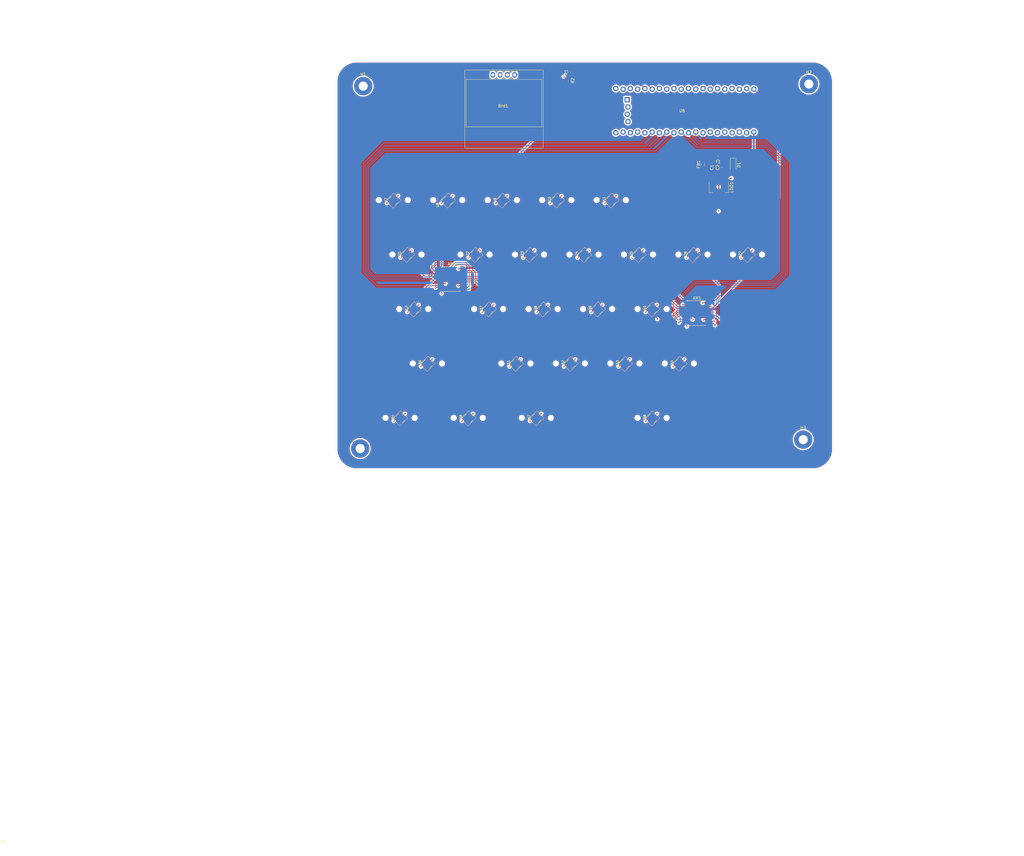
<source format=kicad_pcb>
(kicad_pcb (version 20241229) (generator "pcbnew") (generator_version "9.0")
  (layers (0 "F.Cu" signal) (4 "In1.Cu" signal) (6 "In2.Cu" signal) (2 "B.Cu" signal) (13 "F.Paste" user) (15 "B.Paste" user) (5 "F.SilkS" user "F.Silkscreen") (7 "B.SilkS" user "B.Silkscreen") (1 "F.Mask" user) (3 "B.Mask" user) (25 "Edge.Cuts" user))
  (net 0 "")
  (net 1 "AM0:11")
  (net 2 "+3V3")
  (net 3 "AM0:1")
  (net 4 "AM0:6")
  (net 5 "AM0:14")
  (net 6 "AM0:10")
  (net 7 "AM0:8")
  (net 8 "AM0:9")
  (net 9 "AM0:2")
  (net 10 "AM0:SELECT1")
  (net 11 "AM0")
  (net 12 "GND")
  (net 13 "AM0:7")
  (net 14 "AM0:12")
  (net 15 "AM0:15")
  (net 16 "AM0:3")
  (net 17 "AM0:4")
  (net 18 "AM0:5")
  (net 19 "AM0:13")
  (net 20 "PB6_SCL1")
  (net 21 "+3.3V_QWIIC")
  (net 22 "PB7_SDA1")
  (net 23 "AM1:6")
  (net 24 "AM0:SELECT0")
  (net 25 "AM1:5")
  (net 26 "AM1:8")
  (net 27 "AM1:10")
  (net 28 "AM1:4")
  (net 29 "AM1:0")
  (net 30 "AM1:3")
  (net 31 "AM1:1")
  (net 32 "AM1:15")
  (net 33 "AM1:2")
  (net 34 "AM1:14")
  (net 35 "USART1_TX")
  (net 36 "NRST")
  (net 37 "PA8_DISP_DATA")
  (net 39 "PB4_DISP_CS")
  (net 41 "PB3_DISP_SCK")
  (net 43 "USB_D-")
  (net 44 "PWR_SENSE")
  (net 46 "SWDIO")
  (net 47 "+5V")
  (net 49 "FLASH_CS")
  (net 51 "RGBLED")
  (net 53 "PB1_ADC9_BUZZ")
  (net 54 "USART1_RX")
  (net 55 "PB15_MOSI2")
  (net 57 "PB14_MISO2")
  (net 58 "SWCLK")
  (net 59 "AM1")
  (net 60 "USB_D+")
  (net 61 "AM0:SELECT3")
  (net 62 "PB0_ADC8")
  (net 63 "PB13_SCK2")
  (net 64 "SWD_3.3V")
  (net 65 "AM0:SELECT2")
  (net 66 "AM1:SELECT0")
  (net 67 "AM1:SELECT3")
  (net 68 "AM1:SELECT2")
  (net 69 "AM1:SELECT1")
  (net 70 "Net-(LDO1-VI)")
  (net 71 "Net-(D1-K)")
  (net 72 "Net-(F1-Pad2)")
  (footprint "PCM_marbastlib-xp-he:SW_MX_HE_0deg_1u" (layer "F.Cu") (at 265.25625 139.0625)
    (property "Reference" "U23")
    (property "Value" "GH39FKSW")
  )
  (footprint "SSD1306:128x64OLED" (layer "F.Cu") (at 256.0325 86.8)
    (property "Reference" "Brd1")
    (property "Value" "SSD1306")
  )
  (footprint "PCM_marbastlib-xp-he:SW_MX_HE_0deg_1u" (layer "F.Cu") (at 270.01875 158.1125)
    (property "Reference" "U38")
    (property "Value" "GH39FKSW")
  )
  (footprint "Inductor_SMD:L_0805_2012Metric" (layer "F.Cu") (at 325.88 107.5425 90)
    (property "Reference" "FB1")
    (property "Value" "100 @ 100 MHz")
  )
  (footprint "Fuse:Fuse_0603_1608Metric" (layer "F.Cu") (at 331.23 105.15 180)
    (property "Reference" "F1")
    (property "Value" "500mA")
  )
  (footprint "PCM_marbastlib-xp-he:SW_MX_HE_0deg_1u" (layer "F.Cu") (at 260.49375 177.1625)
    (property "Reference" "U51")
    (property "Value" "GH39FKSW")
  )
  (footprint "PCM_marbastlib-xp-he:SW_MX_HE_0deg_3u" (layer "F.Cu") (at 308.11875 196.2125)
    (property "Reference" "U68")
    (property "Value" "GH39FKSW")
  )
  (footprint "PCM_marbastlib-xp-he:SW_MX_HE_0deg_1u" (layer "F.Cu") (at 250.96875 158.1125)
    (property "Reference" "U37")
    (property "Value" "GH39FKSW")
  )
  (footprint "PCM_marbastlib-xp-he:SW_MX_HE_0deg_1.25u" (layer "F.Cu") (at 243.825 196.2125)
    (property "Reference" "U66")
    (property "Value" "GH39FKSW")
  )
  (footprint "PCM_marbastlib-xp-he:SW_MX_HE_0deg_1.5u" (layer "F.Cu") (at 222.39375 139.0625)
    (property "Reference" "U21")
    (property "Value" "GH39FKSW")
  )
  (footprint "PCM_marbastlib-xp-he:SW_MX_HE_0deg_1u" (layer "F.Cu") (at 236.68125 120.0125)
    (property "Reference" "U8")
    (property "Value" "GH39FKSW")
  )
  (footprint "PCM_marbastlib-xp-he:SW_MX_HE_0deg_1.25u" (layer "F.Cu") (at 220.0125 196.2125)
    (property "Reference" "U64")
    (property "Value" "GH39FKSW")
  )
  (footprint "Package_TO_SOT_SMD:SOT-223-3_TabPin2" (layer "F.Cu") (at 331.43 115.52 -90)
    (property "Reference" "LDO1")
    (property "Value" "AMS1117-3.3")
  )
  (footprint "Capacitor_SMD:C_0402_1005Metric" (layer "F.Cu") (at 332.16 108.58 90)
    (property "Reference" "C2")
    (property "Value" "10u")
  )
  (footprint "PCM_marbastlib-xp-he:SW_MX_HE_0deg_2.25" (layer "F.Cu") (at 229.5375 177.1625)
    (property "Reference" "U50")
    (property "Value" "GH39FKSW")
  )
  (footprint "MountingHole:MountingHole_3.2mm_M3_Pad" (layer "F.Cu") (at 362.93 79.42)
    (property "Reference" "H2")
    (property "Value" "MountingHole")
  )
  (footprint "PCM_marbastlib-xp-he:SW_MX_HE_0deg_1.75u" (layer "F.Cu") (at 224.775 158.1125)
    (property "Reference" "U12")
    (property "Value" "GH39FKSW")
  )
  (footprint "Diode_SMD:D_SOD-123" (layer "F.Cu") (at 336.44 107.7 -90)
    (property "Reference" "D1")
    (property "Value" "B5819W")
  )
  (footprint "PCM_marbastlib-xp-he:SW_MX_HE_0deg_1u" (layer "F.Cu") (at 322.40625 139.0625)
    (property "Reference" "U26")
    (property "Value" "GH39FKSW")
  )
  (footprint "Package_SO:SSOP-24_5.3x8.2mm_P0.65mm" (layer "F.Cu") (at 238.125 147.6375)
    (property "Reference" "AM0")
    (property "Value" "CD74HC4067SM")
  )
  (footprint "PCM_marbastlib-xp-he:SW_MX_HE_0deg_1u" (layer "F.Cu") (at 308.11875 158.1125)
    (property "Reference" "U40")
    (property "Value" "GH39FKSW")
  )
  (footprint "PCM_marbastlib-xp-he:SW_MX_HE_0deg_1u" (layer "F.Cu") (at 274.78125 120.0125)
    (property "Reference" "U10")
    (property "Value" "GH39FKSW")
  )
  (footprint "PCM_marbastlib-xp-he:SW_MX_HE_0deg_1u" (layer "F.Cu") (at 317.64375 177.1625)
    (property "Reference" "U54")
    (property "Value" "GH39FKSW")
  )
  (footprint "kicad_blackpill:BlackPill_STLINK" (layer "F.Cu") (at 318.59375 88.7095 -90)
    (property "Reference" "U6")
    (property "Value" "BlackPill")
  )
  (footprint "MountingHole:MountingHole_3.2mm_M3_Pad" (layer "F.Cu") (at 360.95 203.81)
    (property "Reference" "H3")
    (property "Value" "MountingHole")
  )
  (footprint "Resistor_SMD:R_0402_1005Metric" (layer "F.Cu") (at 279.22 75.3 90)
    (property "Reference" "R1")
    (property "Value" "2k2")
  )
  (footprint "PCM_marbastlib-xp-he:SW_MX_HE_0deg_1u" (layer "F.Cu") (at 284.30625 139.0625)
    (property "Reference" "U24")
    (property "Value" "GH39FKSW")
  )
  (footprint "PCM_marbastlib-xp-he:SW_MX_HE_0deg_1u" (layer "F.Cu") (at 217.63125 120.0125)
    (property "Reference" "U7")
    (property "Value" "GH39FKSW")
  )
  (footprint "PCM_marbastlib-xp-he:SW_MX_HE_0deg_1u" (layer "F.Cu") (at 246.20625 139.0625)
    (property "Reference" "U22")
    (property "Value" "GH39FKSW")
  )
  (footprint "PCM_marbastlib-xp-he:SW_MX_HE_0deg_1u" (layer "F.Cu") (at 289.06875 158.1125)
    (property "Reference" "U39")
    (property "Value" "GH39FKSW")
  )
  (footprint "PCM_marbastlib-xp-he:SW_MX_HE_0deg_1u" (layer "F.Cu") (at 293.83125 120.0125)
    (property "Reference" "U11")
    (property "Value" "GH39FKSW")
  )
  (footprint "PCM_marbastlib-xp-he:SW_MX_HE_0deg_1u" (layer "F.Cu") (at 298.59375 177.1625)
    (property "Reference" "U53")
    (property "Value" "GH39FKSW")
  )
  (footprint "PCM_marbastlib-xp-he:SW_MX_HE_0deg_1u" (layer "F.Cu") (at 255.73125 120.0125)
    (property "Reference" "U9")
    (property "Value" "GH39FKSW")
  )
  (footprint "Package_SO:SSOP-24_5.3x8.2mm_P0.65mm" (layer "F.Cu") (at 323.85 159.54375)
    (property "Reference" "AM1")
    (property "Value" "CD74HC4067SM")
  )
  (footprint "PCM_marbastlib-xp-he:SW_MX_HE_0deg_1.25u" (layer "F.Cu") (at 267.6375 196.2125)
    (property "Reference" "U67")
    (property "Value" "GH39FKSW")
  )
  (footprint "MountingHole:MountingHole_3.2mm_M3_Pad" (layer "F.Cu") (at 206.05 206.93)
    (property "Reference" "H4")
    (property "Value" "MountingHole")
  )
  (footprint "PCM_marbastlib-xp-he:SW_MX_HE_0deg_1u" (layer "F.Cu") (at 303.35625 139.0625)
    (property "Reference" "U25")
    (property "Value" "GH39FKSW")
  )
  (footprint "Resistor_SMD:R_0402_1005Metric" (layer "F.Cu") (at 279.2 78.24 -90)
    (property "Reference" "R2")
    (property "Value" "2k2")
  )
  (footprint "PCM_marbastlib-xp-he:SW_MX_HE_0deg_1u" (layer "F.Cu") (at 341.45625 139.0625)
    (property "Reference" "U27")
    (property "Value" "GH39FKSW")
  )
  (footprint "MountingHole:MountingHole_3.2mm_M3_Pad" (layer "F.Cu") (at 207.11 80.13)
    (property "Reference" "H1")
    (property "Value" "MountingHole")
  )
  (footprint "Capacitor_SMD:C_0402_1005Metric" (layer "F.Cu") (at 330.19 108.58 90)
    (property "Reference" "C1")
    (property "Value" "10u")
  )
  (footprint "PCM_marbastlib-xp-he:SW_MX_HE_0deg_1u" (layer "F.Cu") (at 279.54375 177.1625)
    (property "Reference" "U52")
    (property "Value" "GH39FKSW")
  )
  (gr_line (start 204.75 71.4375) (end 204.87 71.4375) (stroke (width 0.05)) (layer "Edge.Cuts"))
  (gr_arc (start 204.7875 214.3125) (mid 199.736106 212.220144) (end 197.64375 207.16875) (stroke (width 0.05)) (layer "Edge.Cuts"))
  (gr_line (start 371.475 78.58125) (end 371.475 207.16875) (stroke (width 0.05)) (layer "Edge.Cuts"))
  (gr_arc (start 364.33125 71.4375) (mid 369.382644 73.529856) (end 371.475 78.58125) (stroke (width 0.05)) (layer "Edge.Cuts"))
  (gr_arc (start 371.475 207.16875) (mid 369.382644 212.220144) (end 364.33125 214.3125) (stroke (width 0.05)) (layer "Edge.Cuts"))
  (gr_line (start 204.7875 71.4375) (end 204.814227 71.4375) (stroke (width 0.05)) (layer "Edge.Cuts"))
  (gr_line (start 197.64375 207.16875) (end 197.64375 78.58125) (stroke (width 0.05)) (layer "Edge.Cuts"))
  (gr_line (start 364.33125 214.3125) (end 204.7875 214.3125) (stroke (width 0.05)) (layer "Edge.Cuts"))
  (gr_arc (start 197.64375 78.58125) (mid 199.736106 73.529856) (end 204.7875 71.4375) (stroke (width 0.05)) (layer "Edge.Cuts"))
  (gr_line (start 204.814227 71.4375) (end 364.33125 71.4375) (stroke (width 0.05)) (layer "Edge.Cuts"))
  (segment (start 241.725 146.6625) (end 278.249752 146.6625) (width 0.25) (layer "F.Cu") (net 1))
  (segment (start 278.249752 146.6625) (end 284.373667 140.538585) (width 0.25) (layer "F.Cu") (net 1))
  (segment (start 244.930165 139.195083) (end 244.923667 139.195083) (width 0.25) (layer "F.Cu") (net 2))
  (segment (start 263.973667 139.195083) (end 263.00625 140.1625) (width 0.25) (layer "F.Cu") (net 2))
  (segment (start 297.317665 177.295083) (end 297.311167 177.295083) (width 0.25) (layer "F.Cu") (net 2))
  (segment (start 321.123667 139.195083) (end 320.15625 140.1625) (width 0.25) (layer "F.Cu") (net 2))
  (segment (start 316.361167 177.295083) (end 315.39375 178.2625) (width 0.25) (layer "F.Cu") (net 2))
  (segment (start 259.217665 177.295083) (end 259.211167 177.295083) (width 0.25) (layer "F.Cu") (net 2))
  (segment (start 287.786167 158.245083) (end 286.81875 159.2125) (width 0.25) (layer "F.Cu") (net 2))
  (segment (start 340.173667 139.195083) (end 339.20625 140.1625) (width 0.25) (layer "F.Cu") (net 2))
  (segment (start 292.548667 120.145083) (end 291.58125 121.1125) (width 0.25) (layer "F.Cu") (net 2))
  (segment (start 244.923667 139.195083) (end 243.95625 140.1625) (width 0.25) (layer "F.Cu") (net 2))
  (segment (start 332.16 109.06) (end 332.16 110.6) (width 0.4) (layer "F.Cu") (net 2))
  (segment (start 259.211167 177.295083) (end 258.24375 178.2625) (width 0.25) (layer "F.Cu") (net 2))
  (segment (start 325.82125 155.96875) (end 325.8 155.99) (width 0.25) (layer "F.Cu") (net 2))
  (segment (start 278.267665 177.295083) (end 278.261167 177.295083) (width 0.25) (layer "F.Cu") (net 2))
  (segment (start 223.492417 158.245083) (end 222.525 159.2125) (width 0.25) (layer "F.Cu") (net 2))
  (segment (start 306.842665 196.345083) (end 306.836167 196.345083) (width 0.25) (layer "F.Cu") (net 2))
  (segment (start 242.548915 196.345083) (end 242.542417 196.345083) (width 0.25) (layer "F.Cu") (net 2))
  (segment (start 321.130165 139.195083) (end 321.123667 139.195083) (width 0.25) (layer "F.Cu") (net 2))
  (segment (start 221.117665 139.195083) (end 221.111167 139.195083) (width 0.25) (layer "F.Cu") (net 2))
  (segment (start 223.498915 158.245083) (end 223.492417 158.245083) (width 0.25) (layer "F.Cu") (net 2))
  (segment (start 283.030165 139.195083) (end 283.023667 139.195083) (width 0.25) (layer "F.Cu") (net 2))
  (segment (start 235.405165 120.145083) (end 235.398667 120.145083) (width 0.25) (layer "F.Cu") (net 2))
  (segment (start 306.836167 196.345083) (end 305.86875 197.3125) (width 0.25) (layer "F.Cu") (net 2))
  (segment (start 249.686167 158.245083) (end 248.71875 159.2125) (width 0.25) (layer "F.Cu") (net 2))
  (segment (start 221.111167 139.195083) (end 220.14375 140.1625) (width 0.25) (layer "F.Cu") (net 2))
  (segment (start 228.254917 177.295083) (end 227.2875 178.2625) (width 0.25) (layer "F.Cu") (net 2))
  (segment (start 340.180165 139.195083) (end 340.173667 139.195083) (width 0.25) (layer "F.Cu") (net 2))
  (segment (start 218.729917 196.345083) (end 217.7625 197.3125) (width 0.25) (layer "F.Cu") (net 2))
  (segment (start 268.742665 158.245083) (end 268.736167 158.245083) (width 0.25) (layer "F.Cu") (net 2))
  (segment (start 254.455165 120.145083) (end 254.448667 120.145083) (width 0.25) (layer "F.Cu") (net 2))
  (segment (start 228.261415 177.295083) (end 228.254917 177.295083) (width 0.25) (layer "F.Cu") (net 2))
  (segment (start 235.398667 120.145083) (end 234.43125 121.1125) (width 0.25) (layer "F.Cu") (net 2))
  (segment (start 331.43 112.37) (end 331.43 115.37) (width 0.4) (layer "F.Cu") (net 2))
  (segment (start 240.39 144.0625) (end 241.725 144.0625) (width 0.25) (layer "F.Cu") (net 2))
  (segment (start 218.736415 196.345083) (end 218.729917 196.345083) (width 0.25) (layer "F.Cu") (net 2))
  (segment (start 266.361415 196.345083) (end 266.354917 196.345083) (width 0.25) (layer "F.Cu") (net 2))
  (segment (start 278.261167 177.295083) (end 277.29375 178.2625) (width 0.25) (layer "F.Cu") (net 2))
  (segment (start 263.980165 139.195083) (end 263.973667 139.195083) (width 0.25) (layer "F.Cu") (net 2))
  (segment (start 302.073667 139.195083) (end 301.10625 140.1625) (width 0.25) (layer "F.Cu") (net 2))
  (segment (start 331.43 115.37) (end 331.43 118.67) (width 0.4) (layer "F.Cu") (net 2))
  (segment (start 287.792665 158.245083) (end 287.786167 158.245083) (width 0.25) (layer "F.Cu") (net 2))
  (segment (start 316.367665 177.295083) (end 316.361167 177.295083) (width 0.25) (layer "F.Cu") (net 2))
  (segment (start 273.505165 120.145083) (end 273.498667 120.145083) (width 0.25) (layer "F.Cu") (net 2))
  (segment (start 254.448667 120.145083) (end 253.48125 121.1125) (width 0.25) (layer "F.Cu") (net 2))
  (segment (start 283.023667 139.195083) (end 282.05625 140.1625) (width 0.25) (layer "F.Cu") (net 2))
  (segment (start 273.498667 120.145083) (end 272.53125 121.1125) (width 0.25) (layer "F.Cu") (net 2))
  (segment (start 268.736167 158.245083) (end 267.76875 159.2125) (width 0.25) (layer "F.Cu") (net 2))
  (segment (start 331.43 111.33) (end 331.43 112.37) (width 0.4) (layer "F.Cu") (net 2))
  (segment (start 292.555165 120.145083) (end 292.548667 120.145083) (width 0.25) (layer "F.Cu") (net 2))
  (segment (start 332.16 110.6) (end 331.43 111.33) (width 0.4) (layer "F.Cu") (net 2))
  (segment (start 302.080165 139.195083) (end 302.073667 139.195083) (width 0.25) (layer "F.Cu") (net 2))
  (segment (start 216.348667 120.145083) (end 215.38125 121.1125) (width 0.25) (layer "F.Cu") (net 2))
  (segment (start 297.311167 177.295083) (end 296.34375 178.2625) (width 0.25) (layer "F.Cu") (net 2))
  (segment (start 266.354917 196.345083) (end 265.3875 197.3125) (width 0.25) (layer "F.Cu") (net 2))
  (segment (start 306.842665 158.245083) (end 306.836167 158.245083) (width 0.25) (layer "F.Cu") (net 2))
  (segment (start 249.692665 158.245083) (end 249.686167 158.245083) (width 0.25) (layer "F.Cu") (net 2))
  (segment (start 306.836167 158.245083) (end 305.86875 159.2125) (width 0.25) (layer "F.Cu") (net 2))
  (segment (start 242.542417 196.345083) (end 241.575 197.3125) (width 0.25) (layer "F.Cu") (net 2))
  (segment (start 327.45 155.96875) (end 325.82125 155.96875) (width 0.25) (layer "F.Cu") (net 2))
  (segment (start 216.355165 120.145083) (end 216.348667 120.145083) (width 0.25) (layer "F.Cu") (net 2))
  (via (at 325.8 155.99) (size 0.6) (drill 0.3) (layers "F.Cu" "B.Cu") (net 2))
  (via (at 331.39 123.89) (size 0.6) (drill 0.3) (layers "F.Cu" "B.Cu") (net 2))
  (via (at 240.39 144.0625) (size 0.6) (drill 0.3) (layers "F.Cu" "B.Cu") (net 2))
  (via (at 331.43 115.37) (size 0.6) (drill 0.3) (layers "F.Cu" "B.Cu") (net 2))
  (segment (start 236.700364 148.589) (end 237.61 149.498636) (width 0.25) (layer "F.Cu") (net 3))
  (segment (start 223.7915 180.9515) (end 223.7915 193.977002) (width 0.25) (layer "F.Cu") (net 3))
  (segment (start 221.53 178.69) (end 223.7915 180.9515) (width 0.25) (layer "F.Cu") (net 3))
  (segment (start 223.7915 193.977002) (end 220.079917 197.688585) (width 0.25) (layer "F.Cu") (net 3))
  (segment (start 237.61 149.498636) (end 237.61 158.91) (width 0.25) (layer "F.Cu") (net 3))
  (segment (start 228.81 167.71) (end 224.44 167.71) (width 0.25) (layer "F.Cu") (net 3))
  (segment (start 224.44 167.71) (end 221.53 170.62) (width 0.25) (layer "F.Cu") (net 3))
  (segment (start 221.53 170.62) (end 221.53 178.69) (width 0.25) (layer "F.Cu") (net 3))
  (segment (start 237.61 158.91) (end 228.81 167.71) (width 0.25) (layer "F.Cu") (net 3))
  (segment (start 234.525 148.6125) (end 234.5485 148.589) (width 0.25) (layer "F.Cu") (net 3))
  (segment (start 234.5485 148.589) (end 236.700364 148.589) (width 0.25) (layer "F.Cu") (net 3))
  (segment (start 235.8 145.3625) (end 239.3125 141.85) (width 0.25) (layer "F.Cu") (net 4))
  (segment (start 244.962252 141.85) (end 246.273667 140.538585) (width 0.25) (layer "F.Cu") (net 4))
  (segment (start 234.525 145.3625) (end 235.8 145.3625) (width 0.25) (layer "F.Cu") (net 4))
  (segment (start 239.3125 141.85) (end 244.962252 141.85) (width 0.25) (layer "F.Cu") (net 4))
  (segment (start 241.725 148.6125) (end 246.4125 148.6125) (width 0.25) (layer "F.Cu") (net 5))
  (segment (start 247.88 152.16) (end 246.49 153.55) (width 0.25) (layer "F.Cu") (net 5))
  (segment (start 243.83 153.55) (end 241.67 155.71) (width 0.25) (layer "F.Cu") (net 5))
  (segment (start 246.4125 148.6125) (end 247.88 150.08) (width 0.25) (layer "F.Cu") (net 5))
  (segment (start 259.799752 179.4) (end 260.561167 178.638585) (width 0.25) (layer "F.Cu") (net 5))
  (segment (start 247.88 150.08) (end 247.88 152.16) (width 0.25) (layer "F.Cu") (net 5))
  (segment (start 246.49 153.55) (end 243.83 153.55) (width 0.25) (layer "F.Cu") (net 5))
  (segment (start 241.67 169.6) (end 251.47 179.4) (width 0.25) (layer "F.Cu") (net 5))
  (segment (start 251.47 179.4) (end 259.799752 179.4) (width 0.25) (layer "F.Cu") (net 5))
  (segment (start 241.67 155.71) (end 241.67 169.6) (width 0.25) (layer "F.Cu") (net 5))
  (segment (start 239.58 142.66) (end 251.4 142.66) (width 0.25) (layer "F.Cu") (net 6))
  (segment (start 238.62 144.67) (end 238.62 143.62) (width 0.25) (layer "F.Cu") (net 6))
  (segment (start 241.725 146.0125) (end 239.9625 146.0125) (width 0.25) (layer "F.Cu") (net 6))
  (segment (start 238.62 143.62) (end 239.58 142.66) (width 0.25) (layer "F.Cu") (net 6))
  (segment (start 239.9625 146.0125) (end 238.62 144.67) (width 0.25) (layer "F.Cu") (net 6))
  (segment (start 251.4 142.66) (end 255.798667 138.261333) (width 0.25) (layer "F.Cu") (net 6))
  (segment (start 255.798667 138.261333) (end 255.798667 121.488585) (width 0.25) (layer "F.Cu") (net 6))
  (segment (start 261.149752 144.7125) (end 265.323667 140.538585) (width 0.25) (layer "F.Cu") (net 7))
  (segment (start 241.725 144.7125) (end 261.149752 144.7125) (width 0.25) (layer "F.Cu") (net 7))
  (segment (start 241.725 145.3625) (end 268.3875 145.3625) (width 0.25) (layer "F.Cu") (net 8))
  (segment (start 274.848667 138.901333) (end 274.848667 121.488585) (width 0.25) (layer "F.Cu") (net 8))
  (segment (start 268.3875 145.3625) (end 274.848667 138.901333) (width 0.25) (layer "F.Cu") (net 8))
  (segment (start 238.62 169.623502) (end 229.604917 178.638585) (width 0.25) (layer "F.Cu") (net 9))
  (segment (start 234.525 147.9625) (end 237.1825 147.9625) (width 0.25) (layer "F.Cu") (net 9))
  (segment (start 237.1825 147.9625) (end 238.62 149.4) (width 0.25) (layer "F.Cu") (net 9))
  (segment (start 238.62 149.4) (end 238.62 169.623502) (width 0.25) (layer "F.Cu") (net 9))
  (segment (start 232.4975 150.5625) (end 232.39 150.67) (width 0.25) (layer "F.Cu") (net 10))
  (segment (start 234.525 150.5625) (end 232.4975 150.5625) (width 0.25) (layer "F.Cu") (net 10))
  (via (at 232.39 150.67) (size 0.6) (drill 0.3) (layers "F.Cu" "B.Cu") (net 10))
  (segment (start 232.39 150.67) (end 232.39 148.87) (width 0.25) (layer "B.Cu") (net 10))
  (segment (start 306.17025 100.96) (end 310.67375 96.4565) (width 0.25) (layer "B.Cu") (net 10))
  (segment (start 207.76975 145.007308) (end 207.76975 107.73025) (width 0.25) (layer "B.Cu") (net 10))
  (segment (start 231.33 147.81) (end 210.572442 147.81) (width 0.25) (layer "B.Cu") (net 10))
  (segment (start 210.572442 147.81) (end 207.76975 145.007308) (width 0.25) (layer "B.Cu") (net 10))
  (segment (start 214.54 100.96) (end 306.17025 100.96) (width 0.25) (layer "B.Cu") (net 10))
  (segment (start 207.76975 107.73025) (end 214.54 100.96) (width 0.25) (layer "B.Cu") (net 10))
  (segment (start 232.39 148.87) (end 231.33 147.81) (width 0.25) (layer "B.Cu") (net 10))
  (segment (start 287.52 78.05) (end 302.68125 78.05) (width 0.25) (layer "F.Cu") (net 11))
  (segment (start 234.525 144.0625) (end 234.525 131.045) (width 0.25) (layer "F.Cu") (net 11))
  (segment (start 234.525 131.045) (end 287.52 78.05) (width 0.25) (layer "F.Cu") (net 11))
  (segment (start 302.68125 78.05) (end 305.59375 80.9625) (width 0.25) (layer "F.Cu") (net 11))
  (segment (start 328.86 157.26875) (end 327.45 157.26875) (width 0.25) (layer "F.Cu") (net 12))
  (segment (start 326.11 161.81875) (end 327.45 161.81875) (width 0.25) (layer "F.Cu") (net 12))
  (segment (start 225.496491 157.591009) (end 226.459924 156.627576) (width 0.25) (layer "F.Cu") (net 12))
  (segment (start 223.115241 138.541009) (end 224.078674 137.577576) (width 0.25) (layer "F.Cu") (net 12))
  (segment (start 329.61875 159.21875) (end 329.61875 159.26125) (width 0.25) (layer "F.Cu") (net 12))
  (segment (start 329.01125 159.86875) (end 327.45 159.86875) (width 0.25) (layer "F.Cu") (net 12))
  (segment (start 241.725 149.9125) (end 240.35 149.9125) (width 0.25) (layer "F.Cu") (net 12))
  (segment (start 218.352741 119.491009) (end 219.316174 118.527576) (width 0.25) (layer "F.Cu") (net 12))
  (segment (start 332.16 108.1) (end 332.18 108.1) (width 0.25) (layer "F.Cu") (net 12))
  (segment (start 234.525 151.2125) (end 234.525 152.685) (width 0.25) (layer "F.Cu") (net 12))
  (segment (start 333.73 109.65) (end 333.73 112.37) (width 0.25) (layer "F.Cu") (net 12))
  (segment (start 289.790241 157.591009) (end 290.753674 156.627576) (width 0.25) (layer "F.Cu") (net 12))
  (segment (start 308.840241 195.691009) (end 309.803674 194.727576) (width 0.25) (layer "F.Cu") (net 12))
  (segment (start 318.8 156.61875) (end 320.25 156.61875) (width 0.25) (layer "F.Cu") (net 12))
  (segment (start 318.365241 176.641009) (end 319.328674 175.677576) (width 0.25) (layer "F.Cu") (net 12))
  (segment (start 304.077741 138.541009) (end 305.041174 137.577576) (width 0.25) (layer "F.Cu") (net 12))
  (segment (start 329.61875 159.21875) (end 328.96875 158.56875) (width 0.25) (layer "F.Cu") (net 12))
  (segment (start 235.85 149.2625) (end 234.525 149.2625) (width 0.25) (layer "F.Cu") (net 12))
  (segment (start 332.18 108.1) (end 333.73 109.65) (width 0.25) (layer "F.Cu") (net 12))
  (segment (start 261.215241 176.641009) (end 262.178674 175.677576) (width 0.25) (layer "F.Cu") (net 12))
  (segment (start 251.690241 157.591009) (end 252.653674 156.627576) (width 0.25) (layer "F.Cu") (net 12))
  (segment (start 265.977741 138.541009) (end 266.941174 137.577576) (width 0.25) (layer "F.Cu") (net 12))
  (segment (start 323.127741 138.541009) (end 324.091174 137.577576) (width 0.25) (layer "F.Cu") (net 12))
  (segment (start 329.61875 159.26125) (end 329.01125 159.86875) (width 0.25) (layer "F.Cu") (net 12))
  (segment (start 234.525 152.685) (end 234.53 152.69) (width 0.25) (layer "F.Cu") (net 12))
  (segment (start 329.61875 159.21875) (end 327.45 159.21875) (width 0.25) (layer "F.Cu") (net 12))
  (segment (start 333.73 112.37) (end 335.86 112.37) (width 0.4) (layer "F.Cu") (net 12))
  (segment (start 335.86 112.37) (end 335.89 112.34) (width 0.4) (layer "F.Cu") (net 12))
  (segment (start 280.265241 176.641009) (end 281.228674 175.677576) (width 0.25) (layer "F.Cu") (net 12))
  (segment (start 237.402741 119.491009) (end 238.366174 118.527576) (width 0.25) (layer "F.Cu") (net 12))
  (segment (start 308.840241 157.591009) (end 309.803674 156.627576) (width 0.25) (layer "F.Cu") (net 12))
  (segment (start 320.25 164.27) (end 320.25 163.11875) (width 0.25) (layer "F.Cu") (net 12))
  (segment (start 220.733991 195.691009) (end 221.697424 194.727576) (width 0.25) (layer "F.Cu") (net 12))
  (segment (start 330.19 108.1) (end 332.16 108.1) (width 0.4) (layer "F.Cu") (net 12))
  (segment (start 285.027741 138.541009) (end 285.991174 137.577576) (width 0.25) (layer "F.Cu") (net 12))
  (segment (start 246.927741 138.541009) (end 247.891174 137.577576) (width 0.25) (layer "F.Cu") (net 12))
  (segment (start 342.177741 138.541009) (end 343.141174 137.577576) (width 0.25) (layer "F.Cu") (net 12))
  (segment (start 268.358991 195.691009) (end 269.322424 194.727576) (width 0.25) (layer "F.Cu") (net 12))
  (segment (start 270.740241 157.591009) (end 271.703674 156.627576) (width 0.25) (layer "F.Cu") (net 12))
  (segment (start 299.315241 176.641009) (end 300.278674 175.677576) (width 0.25) (layer "F.Cu") (net 12))
  (segment (start 328.96875 158.56875) (end 327.45 158.56875) (width 0.25) (layer "F.Cu") (net 12))
  (segment (start 230.258991 176.641009) (end 231.222424 175.677576) (width 0.25) (layer "F.Cu") (net 12))
  (segment (start 256.452741 119.491009) (end 257.416174 118.527576) (width 0.25) (layer "F.Cu") (net 12))
  (segment (start 294.552741 119.491009) (end 295.516174 118.527576) (width 0.25) (layer "F.Cu") (net 12))
  (segment (start 244.546491 195.691009) (end 245.509924 194.727576) (width 0.25) (layer "F.Cu") (net 12))
  (segment (start 275.502741 119.491009) (end 276.466174 118.527576) (width 0.25) (layer "F.Cu") (net 12))
  (via (at 240.35 149.9125) (size 0.6) (drill 0.3) (layers "F.Cu" "B.Cu") (net 12))
  (via (at 326.11 161.81875) (size 0.6) (drill 0.3) (layers "F.Cu" "B.Cu") (net 12))
  (via (at 235.85 149.2625) (size 0.6) (drill 0.3) (layers "F.Cu" "B.Cu") (net 12))
  (via (at 328.86 157.26875) (size 0.6) (drill 0.3) (layers "F.Cu" "B.Cu") (net 12))
  (via (at 329.61875 159.21875) (size 0.6) (drill 0.3) (layers "F.Cu" "B.Cu") (net 12))
  (via (at 335.89 112.34) (size 0.6) (drill 0.3) (layers "F.Cu" "B.Cu") (net 12))
  (via (at 320.25 164.27) (size 0.6) (drill 0.3) (layers "F.Cu" "B.Cu") (net 12))
  (via (at 318.8 156.61875) (size 0.6) (drill 0.3) (layers "F.Cu" "B.Cu") (net 12))
  (via (at 234.53 152.69) (size 0.6) (drill 0.3) (layers "F.Cu" "B.Cu") (net 12))
  (segment (start 233.25 144.7125) (end 232.2 143.6625) (width 0.25) (layer "F.Cu") (net 13))
  (segment (start 236.748667 127.681333) (end 236.748667 121.488585) (width 0.25) (layer "F.Cu") (net 13))
  (segment (start 232.2 143.6625) (end 232.2 132.23) (width 0.25) (layer "F.Cu") (net 13))
  (segment (start 234.525 144.7125) (end 233.25 144.7125) (width 0.25) (layer "F.Cu") (net 13))
  (segment (start 232.2 132.23) (end 236.748667 127.681333) (width 0.25) (layer "F.Cu") (net 13))
  (segment (start 241.725 147.3125) (end 252.9725 147.3125) (width 0.25) (layer "F.Cu") (net 14))
  (segment (start 256.78 151.12) (end 256.78 153.844752) (width 0.25) (layer "F.Cu") (net 14))
  (segment (start 252.9725 147.3125) (end 256.78 151.12) (width 0.25) (layer "F.Cu") (net 14))
  (segment (start 256.78 153.844752) (end 251.036167 159.588585) (width 0.25) (layer "F.Cu") (net 14))
  (segment (start 248.12 189.44) (end 248.12 193.461002) (width 0.25) (layer "F.Cu") (net 15))
  (segment (start 241.725 149.2625) (end 239.7475 149.2625) (width 0.25) (layer "F.Cu") (net 15))
  (segment (start 239.25 149.76) (end 239.25 180.57) (width 0.25) (layer "F.Cu") (net 15))
  (segment (start 239.7475 149.2625) (end 239.25 149.76) (width 0.25) (layer "F.Cu") (net 15))
  (segment (start 239.25 180.57) (end 248.12 189.44) (width 0.25) (layer "F.Cu") (net 15))
  (segment (start 248.12 193.461002) (end 243.892417 197.688585) (width 0.25) (layer "F.Cu") (net 15))
  (segment (start 232.334892 147.3125) (end 228.03 151.617392) (width 0.25) (layer "F.Cu") (net 16))
  (segment (start 228.03 151.617392) (end 228.03 157.7) (width 0.25) (layer "F.Cu") (net 16))
  (segment (start 234.525 147.3125) (end 232.334892 147.3125) (width 0.25) (layer "F.Cu") (net 16))
  (segment (start 228.03 157.7) (end 226.141415 159.588585) (width 0.25) (layer "F.Cu") (net 16))
  (segment (start 226.141415 159.588585) (end 224.842417 159.588585) (width 0.25) (layer "F.Cu") (net 16))
  (segment (start 234.525 146.6625) (end 228.585082 146.6625) (width 0.25) (layer "F.Cu") (net 17))
  (segment (start 228.585082 146.6625) (end 222.461167 140.538585) (width 0.25) (layer "F.Cu") (net 17))
  (segment (start 234.525 146.0125) (end 233.25 146.0125) (width 0.25) (layer "F.Cu") (net 18))
  (segment (start 233.25 146.0125) (end 231.1 143.8625) (width 0.25) (layer "F.Cu") (net 18))
  (segment (start 231.1 134.889918) (end 217.698667 121.488585) (width 0.25) (layer "F.Cu") (net 18))
  (segment (start 231.1 143.8625) (end 231.1 134.889918) (width 0.25) (layer "F.Cu") (net 18))
  (segment (start 248.96 150.12) (end 248.96 152) (width 0.25) (layer "F.Cu") (net 19))
  (segment (start 245.11 161.99) (end 267.684752 161.99) (width 0.25) (layer "F.Cu") (net 19))
  (segment (start 242.44 155.87) (end 242.44 159.32) (width 0.25) (layer "F.Cu") (net 19))
  (segment (start 245.74 155.22) (end 243.09 155.22) (width 0.25) (layer "F.Cu") (net 19))
  (segment (start 267.684752 161.99) (end 270.086167 159.588585) (width 0.25) (layer "F.Cu") (net 19))
  (segment (start 241.725 147.9625) (end 246.8025 147.9625) (width 0.25) (layer "F.Cu") (net 19))
  (segment (start 246.8025 147.9625) (end 248.96 150.12) (width 0.25) (layer "F.Cu") (net 19))
  (segment (start 242.44 159.32) (end 245.11 161.99) (width 0.25) (layer "F.Cu") (net 19))
  (segment (start 248.96 152) (end 245.74 155.22) (width 0.25) (layer "F.Cu") (net 19))
  (segment (start 243.09 155.22) (end 242.44 155.87) (width 0.25) (layer "F.Cu") (net 19))
  (segment (start 304.50125 74.79) (end 310.67375 80.9625) (width 0.25) (layer "F.Cu") (net 20))
  (segment (start 257.4925 76.2) (end 258.9225 74.77) (width 0.25) (layer "F.Cu") (net 20))
  (segment (start 258.9225 74.77) (end 279.2 74.77) (width 0.25) (layer "F.Cu") (net 20))
  (segment (start 279.2 74.77) (end 279.22 74.79) (width 0.25) (layer "F.Cu") (net 20))
  (segment (start 279.22 74.79) (end 304.50125 74.79) (width 0.25) (layer "F.Cu") (net 20))
  (segment (start 278.16 77.73) (end 277.24 76.81) (width 0.25) (layer "F.Cu") (net 21))
  (segment (start 279.22 77.71) (end 279.2 77.73) (width 0.25) (layer "F.Cu") (net 21))
  (segment (start 279.22 75.81) (end 279.22 77.71) (width 0.25) (layer "F.Cu") (net 21))
  (segment (start 279.2 77.73) (end 278.16 77.73) (width 0.25) (layer "F.Cu") (net 21))
  (via (at 277.24 76.81) (size 0.6) (drill 0.3) (layers "F.Cu" "B.Cu") (net 21))
  (segment (start 274.4 76.2) (end 276.97 78.77) (width 0.25) (layer "F.Cu") (net 22))
  (segment (start 260.0325 76.2) (end 274.4 76.2) (width 0.25) (layer "F.Cu") (net 22))
  (segment (start 303.28725 76.37) (end 308.13375 81.2165) (width 0.25) (layer "F.Cu") (net 22))
  (segment (start 279.2 78.75) (end 281.58 76.37) (width 0.25) (layer "F.Cu") (net 22))
  (segment (start 281.58 76.37) (end 303.28725 76.37) (width 0.25) (layer "F.Cu") (net 22))
  (segment (start 279.18 78.77) (end 279.2 78.75) (width 0.25) (layer "F.Cu") (net 22))
  (segment (start 276.97 78.77) (end 279.18 78.77) (width 0.25) (layer "F.Cu") (net 22))
  (segment (start 315.33 144.33) (end 312.34 141.34) (width 0.25) (layer "F.Cu") (net 23))
  (segment (start 312.34 141.34) (end 312.34 130.7) (width 0.25) (layer "F.Cu") (net 23))
  (segment (start 308.01 126.37) (end 301.54 126.37) (width 0.25) (layer "F.Cu") (net 23))
  (segment (start 301.54 126.37) (end 296.658585 121.488585) (width 0.25) (layer "F.Cu") (net 23))
  (segment (start 312.34 130.7) (end 308.01 126.37) (width 0.25) (layer "F.Cu") (net 23))
  (segment (start 316.99875 157.26875) (end 315.33 155.6) (width 0.25) (layer "F.Cu") (net 23))
  (segment (start 320.25 157.26875) (end 316.99875 157.26875) (width 0.25) (layer "F.Cu") (net 23))
  (segment (start 315.33 155.6) (end 315.33 144.33) (width 0.25) (layer "F.Cu") (net 23))
  (segment (start 296.658585 121.488585) (end 293.898667 121.488585) (width 0.25) (layer "F.Cu") (net 23))
  (segment (start 231.0875 149.9125) (end 230.98125 150.01875) (width 0.25) (layer "F.Cu") (net 24))
  (segment (start 234.525 149.9125) (end 231.0875 149.9125) (width 0.25) (layer "F.Cu") (net 24))
  (via (at 230.98125 150.01875) (size 0.6) (drill 0.3) (layers "F.Cu" "B.Cu") (net 24))
  (segment (start 308.13375 96.2025) (end 304.32375 100.0125) (width 0.25) (layer "B.Cu") (net 24))
  (segment (start 211.93125 150.01875) (end 230.98125 150.01875) (width 0.25) (layer "B.Cu") (net 24))
  (segment (start 207.16875 107.15625) (end 207.16875 109.5375) (width 0.25) (layer "B.Cu") (net 24))
  (segment (start 207.16875 145.25625) (end 211.93125 150.01875) (width 0.25) (layer "B.Cu") (net 24))
  (segment (start 214.3125 100.0125) (end 207.16875 107.15625) (width 0.25) (layer "B.Cu") (net 24))
  (segment (start 304.32375 100.0125) (end 214.3125 100.0125) (width 0.25) (layer "B.Cu") (net 24))
  (segment (start 207.16875 109.5375) (end 207.16875 145.25625) (width 0.25) (layer "B.Cu") (net 24))
  (segment (start 313.94 155.2) (end 313.94 145.35) (width 0.25) (layer "F.Cu") (net 25))
  (segment (start 308.71 142.66) (end 306.588585 140.538585) (width 0.25) (layer "F.Cu") (net 25))
  (segment (start 316.65875 157.91875) (end 313.94 155.2) (width 0.25) (layer "F.Cu") (net 25))
  (segment (start 311.25 142.66) (end 308.71 142.66) (width 0.25) (layer "F.Cu") (net 25))
  (segment (start 306.588585 140.538585) (end 303.423667 140.538585) (width 0.25) (layer "F.Cu") (net 25))
  (segment (start 313.94 145.35) (end 311.25 142.66) (width 0.25) (layer "F.Cu") (net 25))
  (segment (start 320.25 157.91875) (end 316.65875 157.91875) (width 0.25) (layer "F.Cu") (net 25))
  (segment (start 331.53 149.594918) (end 322.473667 140.538585) (width 0.25) (layer "F.Cu") (net 26))
  (segment (start 327.45 156.61875) (end 328.552 156.61875) (width 0.25) (layer "F.Cu") (net 26))
  (segment (start 331.53 153.64075) (end 331.53 149.594918) (width 0.25) (layer "F.Cu") (net 26))
  (segment (start 328.552 156.61875) (end 331.53 153.64075) (width 0.25) (layer "F.Cu") (net 26))
  (segment (start 329.095298 157.91875) (end 341.523667 145.490381) (width 0.25) (layer "F.Cu") (net 27))
  (segment (start 327.45 157.91875) (end 329.095298 157.91875) (width 0.25) (layer "F.Cu") (net 27))
  (segment (start 341.523667 145.490381) (end 341.523667 140.538585) (width 0.25) (layer "F.Cu") (net 27))
  (segment (start 290.278585 159.588585) (end 289.136167 159.588585) (width 0.25) (layer "F.Cu") (net 28))
  (segment (start 317.00125 158.56875) (end 311.94 163.63) (width 0.25) (layer "F.Cu") (net 28))
  (segment (start 311.94 163.63) (end 294.32 163.63) (width 0.25) (layer "F.Cu") (net 28))
  (segment (start 320.25 158.56875) (end 317.00125 158.56875) (width 0.25) (layer "F.Cu") (net 28))
  (segment (start 294.32 163.63) (end 290.278585 159.588585) (width 0.25) (layer "F.Cu") (net 28))
  (segment (start 309.93 161.332418) (end 308.186167 159.588585) (width 0.25) (layer "F.Cu") (net 29))
  (segment (start 309.93 161.68) (end 309.93 161.332418) (width 0.25) (layer "F.Cu") (net 29))
  (segment (start 321.67875 161.16875) (end 322.33 161.82) (width 0.25) (layer "F.Cu") (net 29))
  (segment (start 320.25 161.16875) (end 321.67875 161.16875) (width 0.25) (layer "F.Cu") (net 29))
  (via (at 322.33 161.82) (size 0.6) (drill 0.3) (layers "F.Cu" "B.Cu") (net 29))
  (via (at 309.93 161.68) (size 0.6) (drill 0.3) (layers "F.Cu" "B.Cu") (net 29))
  (segment (start 320.25 159.21875) (end 317.02125 159.21875) (width 0.25) (layer "F.Cu") (net 30))
  (segment (start 287.72 167.49) (end 284.68 170.53) (width 0.25) (layer "F.Cu") (net 30))
  (segment (start 317.02125 159.21875) (end 308.84 167.4) (width 0.25) (layer "F.Cu") (net 30))
  (segment (start 308.84 167.4) (end 292.41 167.4) (width 0.25) (layer "F.Cu") (net 30))
  (segment (start 284.68 170.53) (end 284.68 173.569752) (width 0.25) (layer "F.Cu") (net 30))
  (segment (start 292.38 167.43) (end 287.72 167.43) (width 0.25) (layer "F.Cu") (net 30))
  (segment (start 284.68 173.569752) (end 279.611167 178.638585) (width 0.25) (layer "F.Cu") (net 30))
  (segment (start 292.41 167.4) (end 292.38 167.43) (width 0.25) (layer "F.Cu") (net 30))
  (segment (start 287.72 167.43) (end 287.72 167.49) (width 0.25) (layer "F.Cu") (net 30))
  (segment (start 313.72 164.234702) (end 313.72 166.73) (width 0.25) (layer "F.Cu") (net 31))
  (segment (start 320.25 160.51875) (end 317.435952 160.51875) (width 0.25) (layer "F.Cu") (net 31))
  (segment (start 313.72 166.73) (end 308.23 172.22) (width 0.25) (layer "F.Cu") (net 31))
  (segment (start 308.23 172.22) (end 305.079752 172.22) (width 0.25) (layer "F.Cu") (net 31))
  (segment (start 317.435952 160.51875) (end 313.72 164.234702) (width 0.25) (layer "F.Cu") (net 31))
  (segment (start 305.079752 172.22) (end 298.661167 178.638585) (width 0.25) (layer "F.Cu") (net 31))
  (segment (start 321.91 174.439752) (end 317.711167 178.638585) (width 0.25) (layer "F.Cu") (net 32))
  (segment (start 321.91 172.32) (end 321.91 174.439752) (width 0.25) (layer "F.Cu") (net 32))
  (segment (start 323.71 170.52) (end 321.91 172.32) (width 0.25) (layer "F.Cu") (net 32))
  (segment (start 323.71 162.58) (end 323.71 170.52) (width 0.25) (layer "F.Cu") (net 32))
  (segment (start 327.45 161.16875) (end 325.12125 161.16875) (width 0.25) (layer "F.Cu") (net 32))
  (segment (start 325.12125 161.16875) (end 323.71 162.58) (width 0.25) (layer "F.Cu") (net 32))
  (segment (start 272.04 193.353502) (end 267.704917 197.688585) (width 0.25) (layer "F.Cu") (net 33))
  (segment (start 279.84 186.47) (end 275.3 186.47) (width 0.25) (layer "F.Cu") (net 33))
  (segment (start 309.1 168.13) (end 298.18 168.13) (width 0.25) (layer "F.Cu") (net 33))
  (segment (start 320.25 159.86875) (end 317.36125 159.86875) (width 0.25) (layer "F.Cu") (net 33))
  (segment (start 298.18 168.13) (end 279.84 186.47) (width 0.25) (layer "F.Cu") (net 33))
  (segment (start 272.04 189.73) (end 272.04 193.353502) (width 0.25) (layer "F.Cu") (net 33))
  (segment (start 275.3 186.47) (end 272.04 189.73) (width 0.25) (layer "F.Cu") (net 33))
  (segment (start 317.36125 159.86875) (end 309.1 168.13) (width 0.25) (layer "F.Cu") (net 33))
  (segment (start 334.67 164.45) (end 334.62 164.5) (width 0.25) (layer "F.Cu") (net 34))
  (segment (start 316.14 186.81) (end 314.65 188.3) (width 0.25) (layer "F.Cu") (net 34))
  (segment (start 314.65 188.3) (end 314.65 191.224752) (width 0.25) (layer "F.Cu") (net 34))
  (segment (start 330.73875 160.51875) (end 334.67 164.45) (width 0.25) (layer "F.Cu") (net 34))
  (segment (start 334.62 178.34) (end 326.15 186.81) (width 0.25) (layer "F.Cu") (net 34))
  (segment (start 326.15 186.81) (end 316.14 186.81) (width 0.25) (layer "F.Cu") (net 34))
  (segment (start 327.45 160.51875) (end 330.73875 160.51875) (width 0.25) (layer "F.Cu") (net 34))
  (segment (start 314.65 191.224752) (end 308.186167 197.688585) (width 0.25) (layer "F.Cu") (net 34))
  (segment (start 334.62 164.5) (end 334.62 178.34) (width 0.25) (layer "F.Cu") (net 34))
  (segment (start 343.69375 102.09625) (end 343.69375 96.2025) (width 0.4) (layer "F.Cu") (net 47))
  (segment (start 336.44 109.35) (end 343.69375 102.09625) (width 0.4) (layer "F.Cu") (net 47))
  (segment (start 339.3 132.41) (end 352.4 119.31) (width 0.25) (layer "F.Cu") (net 59))
  (segment (start 314.62 134.9) (end 317.11 132.41) (width 0.25) (layer "F.Cu") (net 59))
  (segment (start 352.4 119.31) (end 352.4 89.92275) (width 0.25) (layer "F.Cu") (net 59))
  (segment (start 316.23 142.76) (end 314.62 141.15) (width 0.25) (layer "F.Cu") (net 59))
  (segment (start 317.11 132.41) (end 339.3 132.41) (width 0.25) (layer "F.Cu") (net 59))
  (segment (start 316.23 151.94875) (end 316.23 142.76) (width 0.25) (layer "F.Cu") (net 59))
  (segment (start 320.25 155.96875) (end 316.23 151.94875) (width 0.25) (layer "F.Cu") (net 59))
  (segment (start 314.62 141.15) (end 314.62 134.9) (width 0.25) (layer "F.Cu") (net 59))
  (segment (start 352.4 89.92275) (end 343.69375 81.2165) (width 0.25) (layer "F.Cu") (net 59))
  (segment (start 243.9675 151.2125) (end 244.1 151.08) (width 0.25) (layer "F.Cu") (net 61))
  (segment (start 241.725 151.2125) (end 243.9675 151.2125) (width 0.25) (layer "F.Cu") (net 61))
  (via (at 244.1 151.08) (size 0.6) (drill 0.3) (layers "F.Cu" "B.Cu") (net 61))
  (segment (start 242.998942 141.929) (end 246.44 145.370058) (width 0.25) (layer "B.Cu") (net 61))
  (segment (start 211.070326 146.608) (end 229.842058 146.608) (width 0.25) (layer "B.Cu") (net 61))
  (segment (start 315.75375 96.4565) (end 309.36025 102.85) (width 0.25) (layer "B.Cu") (net 61))
  (segment (start 245.6 151.08) (end 244.1 151.08) (width 0.25) (layer "B.Cu") (net 61))
  (segment (start 208.97175 144.509424) (end 211.070326 146.608) (width 0.25) (layer "B.Cu") (net 61))
  (segment (start 232.511058 141.929) (end 242.998942 141.929) (width 0.25) (layer "B.Cu") (net 61))
  (segment (start 246.44 145.370058) (end 246.44 150.24) (width 0.25) (layer "B.Cu") (net 61))
  (segment (start 246.44 150.24) (end 245.6 151.08) (width 0.25) (layer "B.Cu") (net 61))
  (segment (start 309.36025 102.85) (end 214.609942 102.85) (width 0.25) (layer "B.Cu") (net 61))
  (segment (start 230.839 143.601058) (end 232.511058 141.929) (width 0.25) (layer "B.Cu") (net 61))
  (segment (start 230.839 145.611058) (end 230.839 143.601058) (width 0.25) (layer "B.Cu") (net 61))
  (segment (start 214.609942 102.85) (end 208.97175 108.488192) (width 0.25) (layer "B.Cu") (net 61))
  (segment (start 229.842058 146.608) (end 230.839 145.611058) (width 0.25) (layer "B.Cu") (net 61))
  (segment (start 208.97175 108.488192) (end 208.97175 144.509424) (width 0.25) (layer "B.Cu") (net 61))
  (segment (start 243.6275 150.5625) (end 244.17 150.02) (width 0.25) (layer "F.Cu") (net 65))
  (segment (start 241.725 150.5625) (end 243.6275 150.5625) (width 0.25) (layer "F.Cu") (net 65))
  (via (at 244.17 150.02) (size 0.6) (drill 0.3) (layers "F.Cu" "B.Cu") (net 65))
  (segment (start 214.58 102.03) (end 208.37075 108.23925) (width 0.25) (layer "B.Cu") (net 65))
  (segment (start 230.091 147.209) (end 231.44 145.86) (width 0.25) (layer "B.Cu") (net 65))
  (segment (start 242.75 142.53) (end 244.17 143.95) (width 0.25) (layer "B.Cu") (net 65))
  (segment (start 208.37075 108.23925) (end 208.37075 144.758366) (width 0.25) (layer "B.Cu") (net 65))
  (segment (start 244.17 143.95) (end 244.17 150.02) (width 0.25) (layer "B.Cu") (net 65))
  (segment (start 231.44 145.86) (end 231.44 143.85) (width 0.25) (layer "B.Cu") (net 65))
  (segment (start 208.37075 144.758366) (end 210.821384 147.209) (width 0.25) (layer "B.Cu") (net 65))
  (segment (start 232.76 142.53) (end 242.75 142.53) (width 0.25) (layer "B.Cu") (net 65))
  (segment (start 231.44 143.85) (end 232.76 142.53) (width 0.25) (layer "B.Cu") (net 65))
  (segment (start 313.21375 96.2025) (end 307.38625 102.03) (width 0.25) (layer "B.Cu") (net 65))
  (segment (start 307.38625 102.03) (end 214.58 102.03) (width 0.25) (layer "B.Cu") (net 65))
  (segment (start 210.821384 147.209) (end 230.091 147.209) (width 0.25) (layer "B.Cu") (net 65))
  (segment (start 317.375 161.81875) (end 320.25 161.81875) (width 0.25) (layer "F.Cu") (net 66))
  (via (at 317.375 161.81875) (size 0.6) (drill 0.3) (layers "F.Cu" "B.Cu") (net 66))
  (segment (start 350.09 148.61) (end 353.57 145.13) (width 0.25) (layer "B.Cu") (net 66))
  (segment (start 315.56 156.03) (end 322.98 148.61) (width 0.25) (layer "B.Cu") (net 66))
  (segment (start 322.98 148.61) (end 350.09 148.61) (width 0.25) (layer "B.Cu") (net 66))
  (segment (start 315.56 160.32) (end 315.56 156.03) (width 0.25) (layer "B.Cu") (net 66))
  (segment (start 353.57 145.13) (end 353.57 107.73) (width 0.25) (layer "B.Cu") (net 66))
  (segment (start 353.57 107.73) (end 347.29 101.45) (width 0.25) (layer "B.Cu") (net 66))
  (segment (start 347.29 101.45) (end 323.54125 101.45) (width 0.25) (layer "B.Cu") (net 66))
  (segment (start 317.05875 161.81875) (end 315.56 160.32) (width 0.25) (layer "B.Cu") (net 66))
  (segment (start 323.54125 101.45) (end 318.29375 96.2025) (width 0.25) (layer "B.Cu") (net 66))
  (segment (start 317.375 161.81875) (end 317.05875 161.81875) (width 0.25) (layer "B.Cu") (net 66))
  (segment (start 327.45 163.11875) (end 329.44875 163.11875) (width 0.25) (layer "F.Cu") (net 67))
  (segment (start 329.44875 163.11875) (end 330.12 163.79) (width 0.25) (layer "F.Cu") (net 67))
  (via (at 330.12 163.79) (size 0.6) (drill 0.3) (layers "F.Cu" "B.Cu") (net 67))
  (segment (start 331.191 155.089942) (end 331.191 157.78) (width 0.25) (layer "B.Cu") (net 67))
  (segment (start 325.91375 96.4565) (end 325.91375 98.524154) (width 0.25) (layer "B.Cu") (net 67))
  (segment (start 326.76 99.370404) (end 347.76023 99.370404) (width 0.25) (layer "B.Cu") (net 67))
  (segment (start 325.91375 98.524154) (end 326.76 99.370404) (width 0.25) (layer "B.Cu") (net 67))
  (segment (start 355.373 146.096884) (end 350.889884 150.58) (width 0.25) (layer "B.Cu") (net 67))
  (segment (start 354.314913 105.925087) (end 355.373 106.983174) (width 0.25) (layer "B.Cu") (net 67))
  (segment (start 350.889884 150.58) (end 336.24 150.58) (width 0.25) (layer "B.Cu") (net 67))
  (segment (start 347.76023 99.370404) (end 354.314913 105.925087) (width 0.25) (layer "B.Cu") (net 67))
  (segment (start 355.373 106.983174) (end 355.373 146.096884) (width 0.25) (layer "B.Cu") (net 67))
  (segment (start 335.700942 150.58) (end 331.191 155.089942) (width 0.25) (layer "B.Cu") (net 67))
  (segment (start 331.191 162.719) (end 330.12 163.79) (width 0.25) (layer "B.Cu") (net 67))
  (segment (start 331.191 157.78) (end 331.191 162.719) (width 0.25) (layer "B.Cu") (net 67))
  (segment (start 336.24 150.58) (end 335.700942 150.58) (width 0.25) (layer "B.Cu") (net 67))
  (segment (start 327.45 162.46875) (end 329.58125 162.46875) (width 0.25) (layer "F.Cu") (net 68))
  (segment (start 329.58125 162.46875) (end 329.8 162.25) (width 0.25) (layer "F.Cu") (net 68))
  (via (at 329.8 162.25) (size 0.6) (drill 0.3) (layers "F.Cu" "B.Cu") (net 68))
  (segment (start 330.59 161.46) (end 329.8 162.25) (width 0.25) (layer "B.Cu") (net 68))
  (segment (start 330.59 154.91) (end 330.59 161.46) (width 0.25) (layer "B.Cu") (net 68))
  (segment (start 325.198596 99.971404) (end 347.511288 99.971404) (width 0.25) (layer "B.Cu") (net 68))
  (segment (start 330.59 154.841) (end 330.59 154.91) (width 0.25) (layer "B.Cu") (net 68))
  (segment (start 354.772 107.232116) (end 354.772 108.92) (width 0.25) (layer "B.Cu") (net 68))
  (segment (start 323.37375 98.146558) (end 325.198596 99.971404) (width 0.25) (layer "B.Cu") (net 68))
  (segment (start 323.37375 96.2025) (end 323.37375 98.146558) (width 0.25) (layer "B.Cu") (net 68))
  (segment (start 347.511288 99.971404) (end 354.772 107.232116) (width 0.25) (layer "B.Cu") (net 68))
  (segment (start 335.59 149.841) (end 330.59 154.841) (width 0.25) (layer "B.Cu") (net 68))
  (segment (start 354.772 108.92) (end 354.772 145.847942) (width 0.25) (layer "B.Cu") (net 68))
  (segment (start 350.778942 149.841) (end 335.59 149.841) (width 0.25) (layer "B.Cu") (net 68))
  (segment (start 354.419942 146.2) (end 350.778942 149.841) (width 0.25) (layer "B.Cu") (net 68))
  (segment (start 354.772 145.847942) (end 354.419942 146.2) (width 0.25) (layer "B.Cu") (net 68))
  (segment (start 317.95125 162.46875) (end 317.51 162.91) (width 0.25) (layer "F.Cu") (net 69))
  (segment (start 320.25 162.46875) (end 317.95125 162.46875) (width 0.25) (layer "F.Cu") (net 69))
  (via (at 317.51 162.91) (size 0.6) (drill 0.3) (layers "F.Cu" "B.Cu") (net 69))
  (segment (start 347.538942 100.849) (end 354.171 107.481058) (width 0.25) (layer "B.Cu") (net 69))
  (segment (start 350.53 149.24) (end 323.199942 149.24) (width 0.25) (layer "B.Cu") (net 69))
  (segment (start 320.83375 96.4565) (end 325.22625 100.849) (width 0.25) (layer "B.Cu") (net 69))
  (segment (start 323.199942 149.24) (end 316.811 155.628942) (width 0.25) (layer "B.Cu") (net 69))
  (segment (start 318 161.260058) (end 318 162.42) (width 0.25) (layer "B.Cu") (net 69))
  (segment (start 354.171 145.599) (end 350.53 149.24) (width 0.25) (layer "B.Cu") (net 69))
  (segment (start 325.22625 100.849) (end 347.538942 100.849) (width 0.25) (layer "B.Cu") (net 69))
  (segment (start 354.171 107.481058) (end 354.171 145.599) (width 0.25) (layer "B.Cu") (net 69))
  (segment (start 316.811 155.628942) (end 316.811 160.071058) (width 0.25) (layer "B.Cu") (net 69))
  (segment (start 318 162.42) (end 317.51 162.91) (width 0.25) (layer "B.Cu") (net 69))
  (segment (start 316.811 160.071058) (end 318 161.260058) (width 0.25) (layer "B.Cu") (net 69))
  (segment (start 329.13 112.37) (end 325.88 109.12) (width 0.4) (layer "F.Cu") (net 70))
  (segment (start 325.88 109.12) (end 325.88 108.605) (width 0.4) (layer "F.Cu") (net 70))
  (segment (start 326.335 109.06) (end 325.88 108.605) (width 0.4) (layer "F.Cu") (net 70))
  (segment (start 330.19 109.06) (end 326.335 109.06) (width 0.4) (layer "F.Cu") (net 70))
  (segment (start 332.0175 105.15) (end 335.54 105.15) (width 0.4) (layer "F.Cu") (net 71))
  (segment (start 335.54 105.15) (end 336.44 106.05) (width 0.4) (layer "F.Cu") (net 71))
  (segment (start 329.1125 106.48) (end 330.4425 105.15) (width 0.4) (layer "F.Cu") (net 72))
  (segment (start 325.88 106.48) (end 329.1125 106.48) (width 0.4) (layer "F.Cu") (net 72))
  (zone (net 0) (net_name "") (layers "F.Cu" "B.Cu") (connect_pads (clearance 0.5)) (min_thickness 0.25) (fill yes (thermal_gap 0.5) (thermal_bridge_width 0.5) (island_removal_mode 1) (island_area_min 10))
    (polygon (pts (xy 173.83125 57.15) (xy 395.2875 57.15) (xy 414.3375 76.2) (xy 414.3375 226.21875) (xy 407.19375 233.3625) (xy 190.5 233.3625) (xy 173.83125 216.69375)))
  )
)
</source>
